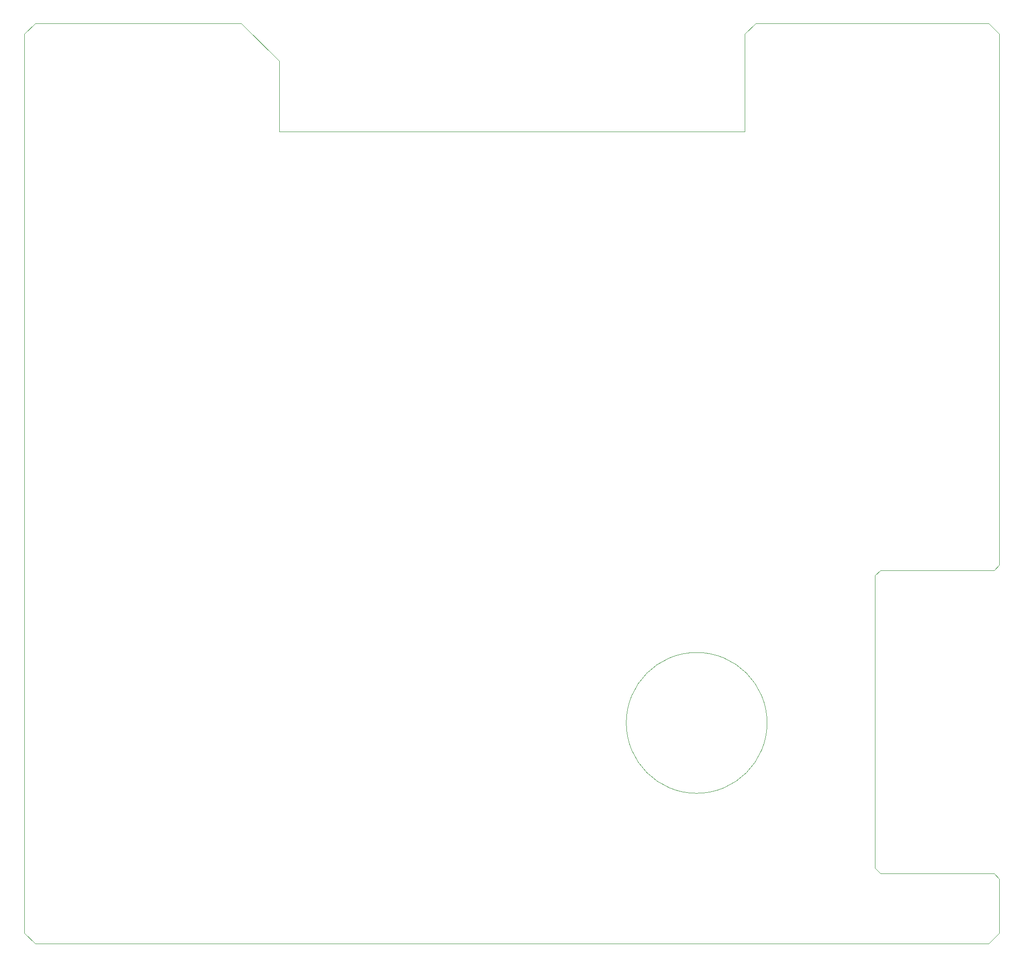
<source format=gbr>
%TF.GenerationSoftware,KiCad,Pcbnew,6.0.11+dfsg-1~bpo11+1*%
%TF.CreationDate,2023-03-23T17:02:13+00:00*%
%TF.ProjectId,OpenMowerMainboard,4f70656e-4d6f-4776-9572-4d61696e626f,rev?*%
%TF.SameCoordinates,Original*%
%TF.FileFunction,Profile,NP*%
%FSLAX46Y46*%
G04 Gerber Fmt 4.6, Leading zero omitted, Abs format (unit mm)*
G04 Created by KiCad (PCBNEW 6.0.11+dfsg-1~bpo11+1) date 2023-03-23 17:02:13*
%MOMM*%
%LPD*%
G01*
G04 APERTURE LIST*
%TA.AperFunction,Profile*%
%ADD10C,0.050000*%
%TD*%
%TA.AperFunction,Profile*%
%ADD11C,0.100000*%
%TD*%
G04 APERTURE END LIST*
D10*
X20000000Y-188000000D02*
X20000000Y-22000000D01*
X67000000Y-40000000D02*
X67000000Y-27000000D01*
X153000000Y-40000000D02*
X67000000Y-40000000D01*
X153000000Y-22000000D02*
X153000000Y-40000000D01*
X177000000Y-176000000D02*
X177000000Y-122000000D01*
X20000000Y-22000000D02*
X22000000Y-20000000D01*
X177000000Y-122000000D02*
X178000000Y-121000000D01*
X200000000Y-178000000D02*
X199000000Y-177000000D01*
X178000000Y-177000000D02*
X177000000Y-176000000D01*
D11*
X157100000Y-149200000D02*
G75*
G03*
X157100000Y-149200000I-13000000J0D01*
G01*
D10*
X198000000Y-20000000D02*
X200000000Y-22000000D01*
X198000000Y-190000000D02*
X22000000Y-190000000D01*
X199000000Y-121000000D02*
X200000000Y-120000000D01*
X198000000Y-20000000D02*
X155000000Y-20000000D01*
X60000000Y-20000000D02*
X67000000Y-27000000D01*
X200000000Y-120000000D02*
X200000000Y-22000000D01*
X22000000Y-20000000D02*
X60000000Y-20000000D01*
X155000000Y-20000000D02*
X153000000Y-22000000D01*
X178000000Y-121000000D02*
X199000000Y-121000000D01*
X198000000Y-190000000D02*
X200000000Y-188000000D01*
X20000000Y-188000000D02*
X22000000Y-190000000D01*
X199000000Y-177000000D02*
X178000000Y-177000000D01*
X200000000Y-188000000D02*
X200000000Y-178000000D01*
M02*

</source>
